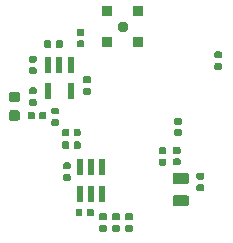
<source format=gbr>
G04 #@! TF.GenerationSoftware,KiCad,Pcbnew,5.99.0-unknown-4135f0c~100~ubuntu18.04.1*
G04 #@! TF.CreationDate,2019-11-01T15:59:21-04:00*
G04 #@! TF.ProjectId,tia,7469612e-6b69-4636-9164-5f7063625858,rev?*
G04 #@! TF.SameCoordinates,Original*
G04 #@! TF.FileFunction,Paste,Top*
G04 #@! TF.FilePolarity,Positive*
%FSLAX46Y46*%
G04 Gerber Fmt 4.6, Leading zero omitted, Abs format (unit mm)*
G04 Created by KiCad (PCBNEW 5.99.0-unknown-4135f0c~100~ubuntu18.04.1) date 2019-11-01 15:59:21*
%MOMM*%
%LPD*%
G04 APERTURE LIST*
%ADD10R,0.940000X0.940000*%
%ADD11C,0.940000*%
%ADD12R,0.558800X1.473200*%
G04 APERTURE END LIST*
G36*
X194528946Y-98881228D02*
G01*
X194576798Y-98913202D01*
X194608772Y-98961054D01*
X194620000Y-99017500D01*
X194620000Y-99312500D01*
X194608772Y-99368946D01*
X194576798Y-99416798D01*
X194528946Y-99448772D01*
X194472500Y-99460000D01*
X194127500Y-99460000D01*
X194071054Y-99448772D01*
X194023202Y-99416798D01*
X193991228Y-99368946D01*
X193980000Y-99312500D01*
X193980000Y-99017500D01*
X193991228Y-98961054D01*
X194023202Y-98913202D01*
X194071054Y-98881228D01*
X194127500Y-98870000D01*
X194472500Y-98870000D01*
X194528946Y-98881228D01*
G37*
G36*
X194528946Y-99851228D02*
G01*
X194576798Y-99883202D01*
X194608772Y-99931054D01*
X194620000Y-99987500D01*
X194620000Y-100282500D01*
X194608772Y-100338946D01*
X194576798Y-100386798D01*
X194528946Y-100418772D01*
X194472500Y-100430000D01*
X194127500Y-100430000D01*
X194071054Y-100418772D01*
X194023202Y-100386798D01*
X193991228Y-100338946D01*
X193980000Y-100282500D01*
X193980000Y-99987500D01*
X193991228Y-99931054D01*
X194023202Y-99883202D01*
X194071054Y-99851228D01*
X194127500Y-99840000D01*
X194472500Y-99840000D01*
X194528946Y-99851228D01*
G37*
G36*
X192628946Y-97181228D02*
G01*
X192676798Y-97213202D01*
X192708772Y-97261054D01*
X192720000Y-97317500D01*
X192720000Y-97612500D01*
X192708772Y-97668946D01*
X192676798Y-97716798D01*
X192628946Y-97748772D01*
X192572500Y-97760000D01*
X192227500Y-97760000D01*
X192171054Y-97748772D01*
X192123202Y-97716798D01*
X192091228Y-97668946D01*
X192080000Y-97612500D01*
X192080000Y-97317500D01*
X192091228Y-97261054D01*
X192123202Y-97213202D01*
X192171054Y-97181228D01*
X192227500Y-97170000D01*
X192572500Y-97170000D01*
X192628946Y-97181228D01*
G37*
G36*
X192628946Y-98151228D02*
G01*
X192676798Y-98183202D01*
X192708772Y-98231054D01*
X192720000Y-98287500D01*
X192720000Y-98582500D01*
X192708772Y-98638946D01*
X192676798Y-98686798D01*
X192628946Y-98718772D01*
X192572500Y-98730000D01*
X192227500Y-98730000D01*
X192171054Y-98718772D01*
X192123202Y-98686798D01*
X192091228Y-98638946D01*
X192080000Y-98582500D01*
X192080000Y-98287500D01*
X192091228Y-98231054D01*
X192123202Y-98183202D01*
X192171054Y-98151228D01*
X192227500Y-98140000D01*
X192572500Y-98140000D01*
X192628946Y-98151228D01*
G37*
G36*
X192628946Y-94481228D02*
G01*
X192676798Y-94513202D01*
X192708772Y-94561054D01*
X192720000Y-94617500D01*
X192720000Y-94912500D01*
X192708772Y-94968946D01*
X192676798Y-95016798D01*
X192628946Y-95048772D01*
X192572500Y-95060000D01*
X192227500Y-95060000D01*
X192171054Y-95048772D01*
X192123202Y-95016798D01*
X192091228Y-94968946D01*
X192080000Y-94912500D01*
X192080000Y-94617500D01*
X192091228Y-94561054D01*
X192123202Y-94513202D01*
X192171054Y-94481228D01*
X192227500Y-94470000D01*
X192572500Y-94470000D01*
X192628946Y-94481228D01*
G37*
G36*
X192628946Y-95451228D02*
G01*
X192676798Y-95483202D01*
X192708772Y-95531054D01*
X192720000Y-95587500D01*
X192720000Y-95882500D01*
X192708772Y-95938946D01*
X192676798Y-95986798D01*
X192628946Y-96018772D01*
X192572500Y-96030000D01*
X192227500Y-96030000D01*
X192171054Y-96018772D01*
X192123202Y-95986798D01*
X192091228Y-95938946D01*
X192080000Y-95882500D01*
X192080000Y-95587500D01*
X192091228Y-95531054D01*
X192123202Y-95483202D01*
X192171054Y-95451228D01*
X192227500Y-95440000D01*
X192572500Y-95440000D01*
X192628946Y-95451228D01*
G37*
G36*
X204818946Y-102221228D02*
G01*
X204866798Y-102253202D01*
X204898772Y-102301054D01*
X204910000Y-102357500D01*
X204910000Y-102652500D01*
X204898772Y-102708946D01*
X204866798Y-102756798D01*
X204818946Y-102788772D01*
X204762500Y-102800000D01*
X204417500Y-102800000D01*
X204361054Y-102788772D01*
X204313202Y-102756798D01*
X204281228Y-102708946D01*
X204270000Y-102652500D01*
X204270000Y-102357500D01*
X204281228Y-102301054D01*
X204313202Y-102253202D01*
X204361054Y-102221228D01*
X204417500Y-102210000D01*
X204762500Y-102210000D01*
X204818946Y-102221228D01*
G37*
G36*
X204818946Y-103191228D02*
G01*
X204866798Y-103223202D01*
X204898772Y-103271054D01*
X204910000Y-103327500D01*
X204910000Y-103622500D01*
X204898772Y-103678946D01*
X204866798Y-103726798D01*
X204818946Y-103758772D01*
X204762500Y-103770000D01*
X204417500Y-103770000D01*
X204361054Y-103758772D01*
X204313202Y-103726798D01*
X204281228Y-103678946D01*
X204270000Y-103622500D01*
X204270000Y-103327500D01*
X204281228Y-103271054D01*
X204313202Y-103223202D01*
X204361054Y-103191228D01*
X204417500Y-103180000D01*
X204762500Y-103180000D01*
X204818946Y-103191228D01*
G37*
G36*
X193438946Y-99241228D02*
G01*
X193486798Y-99273202D01*
X193518772Y-99321054D01*
X193530000Y-99377500D01*
X193530000Y-99722500D01*
X193518772Y-99778946D01*
X193486798Y-99826798D01*
X193438946Y-99858772D01*
X193382500Y-99870000D01*
X193087500Y-99870000D01*
X193031054Y-99858772D01*
X192983202Y-99826798D01*
X192951228Y-99778946D01*
X192940000Y-99722500D01*
X192940000Y-99377500D01*
X192951228Y-99321054D01*
X192983202Y-99273202D01*
X193031054Y-99241228D01*
X193087500Y-99230000D01*
X193382500Y-99230000D01*
X193438946Y-99241228D01*
G37*
G36*
X192468946Y-99241228D02*
G01*
X192516798Y-99273202D01*
X192548772Y-99321054D01*
X192560000Y-99377500D01*
X192560000Y-99722500D01*
X192548772Y-99778946D01*
X192516798Y-99826798D01*
X192468946Y-99858772D01*
X192412500Y-99870000D01*
X192117500Y-99870000D01*
X192061054Y-99858772D01*
X192013202Y-99826798D01*
X191981228Y-99778946D01*
X191970000Y-99722500D01*
X191970000Y-99377500D01*
X191981228Y-99321054D01*
X192013202Y-99273202D01*
X192061054Y-99241228D01*
X192117500Y-99230000D01*
X192412500Y-99230000D01*
X192468946Y-99241228D01*
G37*
G36*
X206808946Y-105361228D02*
G01*
X206856798Y-105393202D01*
X206888772Y-105441054D01*
X206900000Y-105497500D01*
X206900000Y-105792500D01*
X206888772Y-105848946D01*
X206856798Y-105896798D01*
X206808946Y-105928772D01*
X206752500Y-105940000D01*
X206407500Y-105940000D01*
X206351054Y-105928772D01*
X206303202Y-105896798D01*
X206271228Y-105848946D01*
X206260000Y-105792500D01*
X206260000Y-105497500D01*
X206271228Y-105441054D01*
X206303202Y-105393202D01*
X206351054Y-105361228D01*
X206407500Y-105350000D01*
X206752500Y-105350000D01*
X206808946Y-105361228D01*
G37*
G36*
X206808946Y-104391228D02*
G01*
X206856798Y-104423202D01*
X206888772Y-104471054D01*
X206900000Y-104527500D01*
X206900000Y-104822500D01*
X206888772Y-104878946D01*
X206856798Y-104926798D01*
X206808946Y-104958772D01*
X206752500Y-104970000D01*
X206407500Y-104970000D01*
X206351054Y-104958772D01*
X206303202Y-104926798D01*
X206271228Y-104878946D01*
X206260000Y-104822500D01*
X206260000Y-104527500D01*
X206271228Y-104471054D01*
X206303202Y-104423202D01*
X206351054Y-104391228D01*
X206407500Y-104380000D01*
X206752500Y-104380000D01*
X206808946Y-104391228D01*
G37*
G36*
X200778946Y-107831228D02*
G01*
X200826798Y-107863202D01*
X200858772Y-107911054D01*
X200870000Y-107967500D01*
X200870000Y-108262500D01*
X200858772Y-108318946D01*
X200826798Y-108366798D01*
X200778946Y-108398772D01*
X200722500Y-108410000D01*
X200377500Y-108410000D01*
X200321054Y-108398772D01*
X200273202Y-108366798D01*
X200241228Y-108318946D01*
X200230000Y-108262500D01*
X200230000Y-107967500D01*
X200241228Y-107911054D01*
X200273202Y-107863202D01*
X200321054Y-107831228D01*
X200377500Y-107820000D01*
X200722500Y-107820000D01*
X200778946Y-107831228D01*
G37*
G36*
X200778946Y-108801228D02*
G01*
X200826798Y-108833202D01*
X200858772Y-108881054D01*
X200870000Y-108937500D01*
X200870000Y-109232500D01*
X200858772Y-109288946D01*
X200826798Y-109336798D01*
X200778946Y-109368772D01*
X200722500Y-109380000D01*
X200377500Y-109380000D01*
X200321054Y-109368772D01*
X200273202Y-109336798D01*
X200241228Y-109288946D01*
X200230000Y-109232500D01*
X200230000Y-108937500D01*
X200241228Y-108881054D01*
X200273202Y-108833202D01*
X200321054Y-108801228D01*
X200377500Y-108790000D01*
X200722500Y-108790000D01*
X200778946Y-108801228D01*
G37*
G36*
X195383946Y-101741228D02*
G01*
X195431798Y-101773202D01*
X195463772Y-101821054D01*
X195475000Y-101877500D01*
X195475000Y-102222500D01*
X195463772Y-102278946D01*
X195431798Y-102326798D01*
X195383946Y-102358772D01*
X195327500Y-102370000D01*
X195032500Y-102370000D01*
X194976054Y-102358772D01*
X194928202Y-102326798D01*
X194896228Y-102278946D01*
X194885000Y-102222500D01*
X194885000Y-101877500D01*
X194896228Y-101821054D01*
X194928202Y-101773202D01*
X194976054Y-101741228D01*
X195032500Y-101730000D01*
X195327500Y-101730000D01*
X195383946Y-101741228D01*
G37*
G36*
X196353946Y-101741228D02*
G01*
X196401798Y-101773202D01*
X196433772Y-101821054D01*
X196445000Y-101877500D01*
X196445000Y-102222500D01*
X196433772Y-102278946D01*
X196401798Y-102326798D01*
X196353946Y-102358772D01*
X196297500Y-102370000D01*
X196002500Y-102370000D01*
X195946054Y-102358772D01*
X195898202Y-102326798D01*
X195866228Y-102278946D01*
X195855000Y-102222500D01*
X195855000Y-101877500D01*
X195866228Y-101821054D01*
X195898202Y-101773202D01*
X195946054Y-101741228D01*
X196002500Y-101730000D01*
X196297500Y-101730000D01*
X196353946Y-101741228D01*
G37*
G36*
X196678946Y-92231228D02*
G01*
X196726798Y-92263202D01*
X196758772Y-92311054D01*
X196770000Y-92367500D01*
X196770000Y-92662500D01*
X196758772Y-92718946D01*
X196726798Y-92766798D01*
X196678946Y-92798772D01*
X196622500Y-92810000D01*
X196277500Y-92810000D01*
X196221054Y-92798772D01*
X196173202Y-92766798D01*
X196141228Y-92718946D01*
X196130000Y-92662500D01*
X196130000Y-92367500D01*
X196141228Y-92311054D01*
X196173202Y-92263202D01*
X196221054Y-92231228D01*
X196277500Y-92220000D01*
X196622500Y-92220000D01*
X196678946Y-92231228D01*
G37*
G36*
X196678946Y-93201228D02*
G01*
X196726798Y-93233202D01*
X196758772Y-93281054D01*
X196770000Y-93337500D01*
X196770000Y-93632500D01*
X196758772Y-93688946D01*
X196726798Y-93736798D01*
X196678946Y-93768772D01*
X196622500Y-93780000D01*
X196277500Y-93780000D01*
X196221054Y-93768772D01*
X196173202Y-93736798D01*
X196141228Y-93688946D01*
X196130000Y-93632500D01*
X196130000Y-93337500D01*
X196141228Y-93281054D01*
X196173202Y-93233202D01*
X196221054Y-93201228D01*
X196277500Y-93190000D01*
X196622500Y-93190000D01*
X196678946Y-93201228D01*
G37*
D10*
X198680000Y-90720000D03*
X201320000Y-90720000D03*
X201320000Y-93360000D03*
X198680000Y-93360000D03*
D11*
X200000000Y-92040000D03*
G36*
X197228946Y-97201228D02*
G01*
X197276798Y-97233202D01*
X197308772Y-97281054D01*
X197320000Y-97337500D01*
X197320000Y-97632500D01*
X197308772Y-97688946D01*
X197276798Y-97736798D01*
X197228946Y-97768772D01*
X197172500Y-97780000D01*
X196827500Y-97780000D01*
X196771054Y-97768772D01*
X196723202Y-97736798D01*
X196691228Y-97688946D01*
X196680000Y-97632500D01*
X196680000Y-97337500D01*
X196691228Y-97281054D01*
X196723202Y-97233202D01*
X196771054Y-97201228D01*
X196827500Y-97190000D01*
X197172500Y-97190000D01*
X197228946Y-97201228D01*
G37*
G36*
X197228946Y-96231228D02*
G01*
X197276798Y-96263202D01*
X197308772Y-96311054D01*
X197320000Y-96367500D01*
X197320000Y-96662500D01*
X197308772Y-96718946D01*
X197276798Y-96766798D01*
X197228946Y-96798772D01*
X197172500Y-96810000D01*
X196827500Y-96810000D01*
X196771054Y-96798772D01*
X196723202Y-96766798D01*
X196691228Y-96718946D01*
X196680000Y-96662500D01*
X196680000Y-96367500D01*
X196691228Y-96311054D01*
X196723202Y-96263202D01*
X196771054Y-96231228D01*
X196827500Y-96220000D01*
X197172500Y-96220000D01*
X197228946Y-96231228D01*
G37*
G36*
X194838946Y-93191228D02*
G01*
X194886798Y-93223202D01*
X194918772Y-93271054D01*
X194930000Y-93327500D01*
X194930000Y-93672500D01*
X194918772Y-93728946D01*
X194886798Y-93776798D01*
X194838946Y-93808772D01*
X194782500Y-93820000D01*
X194487500Y-93820000D01*
X194431054Y-93808772D01*
X194383202Y-93776798D01*
X194351228Y-93728946D01*
X194340000Y-93672500D01*
X194340000Y-93327500D01*
X194351228Y-93271054D01*
X194383202Y-93223202D01*
X194431054Y-93191228D01*
X194487500Y-93180000D01*
X194782500Y-93180000D01*
X194838946Y-93191228D01*
G37*
G36*
X193868946Y-93191228D02*
G01*
X193916798Y-93223202D01*
X193948772Y-93271054D01*
X193960000Y-93327500D01*
X193960000Y-93672500D01*
X193948772Y-93728946D01*
X193916798Y-93776798D01*
X193868946Y-93808772D01*
X193812500Y-93820000D01*
X193517500Y-93820000D01*
X193461054Y-93808772D01*
X193413202Y-93776798D01*
X193381228Y-93728946D01*
X193370000Y-93672500D01*
X193370000Y-93327500D01*
X193381228Y-93271054D01*
X193413202Y-93223202D01*
X193461054Y-93191228D01*
X193517500Y-93180000D01*
X193812500Y-93180000D01*
X193868946Y-93191228D01*
G37*
G36*
X208328946Y-95101228D02*
G01*
X208376798Y-95133202D01*
X208408772Y-95181054D01*
X208420000Y-95237500D01*
X208420000Y-95532500D01*
X208408772Y-95588946D01*
X208376798Y-95636798D01*
X208328946Y-95668772D01*
X208272500Y-95680000D01*
X207927500Y-95680000D01*
X207871054Y-95668772D01*
X207823202Y-95636798D01*
X207791228Y-95588946D01*
X207780000Y-95532500D01*
X207780000Y-95237500D01*
X207791228Y-95181054D01*
X207823202Y-95133202D01*
X207871054Y-95101228D01*
X207927500Y-95090000D01*
X208272500Y-95090000D01*
X208328946Y-95101228D01*
G37*
G36*
X208328946Y-94131228D02*
G01*
X208376798Y-94163202D01*
X208408772Y-94211054D01*
X208420000Y-94267500D01*
X208420000Y-94562500D01*
X208408772Y-94618946D01*
X208376798Y-94666798D01*
X208328946Y-94698772D01*
X208272500Y-94710000D01*
X207927500Y-94710000D01*
X207871054Y-94698772D01*
X207823202Y-94666798D01*
X207791228Y-94618946D01*
X207780000Y-94562500D01*
X207780000Y-94267500D01*
X207791228Y-94211054D01*
X207823202Y-94163202D01*
X207871054Y-94131228D01*
X207927500Y-94120000D01*
X208272500Y-94120000D01*
X208328946Y-94131228D01*
G37*
G36*
X197488946Y-107441228D02*
G01*
X197536798Y-107473202D01*
X197568772Y-107521054D01*
X197580000Y-107577500D01*
X197580000Y-107922500D01*
X197568772Y-107978946D01*
X197536798Y-108026798D01*
X197488946Y-108058772D01*
X197432500Y-108070000D01*
X197137500Y-108070000D01*
X197081054Y-108058772D01*
X197033202Y-108026798D01*
X197001228Y-107978946D01*
X196990000Y-107922500D01*
X196990000Y-107577500D01*
X197001228Y-107521054D01*
X197033202Y-107473202D01*
X197081054Y-107441228D01*
X197137500Y-107430000D01*
X197432500Y-107430000D01*
X197488946Y-107441228D01*
G37*
G36*
X196518946Y-107441228D02*
G01*
X196566798Y-107473202D01*
X196598772Y-107521054D01*
X196610000Y-107577500D01*
X196610000Y-107922500D01*
X196598772Y-107978946D01*
X196566798Y-108026798D01*
X196518946Y-108058772D01*
X196462500Y-108070000D01*
X196167500Y-108070000D01*
X196111054Y-108058772D01*
X196063202Y-108026798D01*
X196031228Y-107978946D01*
X196020000Y-107922500D01*
X196020000Y-107577500D01*
X196031228Y-107521054D01*
X196063202Y-107473202D01*
X196111054Y-107441228D01*
X196167500Y-107430000D01*
X196462500Y-107430000D01*
X196518946Y-107441228D01*
G37*
G36*
X199678946Y-107831228D02*
G01*
X199726798Y-107863202D01*
X199758772Y-107911054D01*
X199770000Y-107967500D01*
X199770000Y-108262500D01*
X199758772Y-108318946D01*
X199726798Y-108366798D01*
X199678946Y-108398772D01*
X199622500Y-108410000D01*
X199277500Y-108410000D01*
X199221054Y-108398772D01*
X199173202Y-108366798D01*
X199141228Y-108318946D01*
X199130000Y-108262500D01*
X199130000Y-107967500D01*
X199141228Y-107911054D01*
X199173202Y-107863202D01*
X199221054Y-107831228D01*
X199277500Y-107820000D01*
X199622500Y-107820000D01*
X199678946Y-107831228D01*
G37*
G36*
X199678946Y-108801228D02*
G01*
X199726798Y-108833202D01*
X199758772Y-108881054D01*
X199770000Y-108937500D01*
X199770000Y-109232500D01*
X199758772Y-109288946D01*
X199726798Y-109336798D01*
X199678946Y-109368772D01*
X199622500Y-109380000D01*
X199277500Y-109380000D01*
X199221054Y-109368772D01*
X199173202Y-109336798D01*
X199141228Y-109288946D01*
X199130000Y-109232500D01*
X199130000Y-108937500D01*
X199141228Y-108881054D01*
X199173202Y-108833202D01*
X199221054Y-108801228D01*
X199277500Y-108790000D01*
X199622500Y-108790000D01*
X199678946Y-108801228D01*
G37*
G36*
X198578946Y-107831228D02*
G01*
X198626798Y-107863202D01*
X198658772Y-107911054D01*
X198670000Y-107967500D01*
X198670000Y-108262500D01*
X198658772Y-108318946D01*
X198626798Y-108366798D01*
X198578946Y-108398772D01*
X198522500Y-108410000D01*
X198177500Y-108410000D01*
X198121054Y-108398772D01*
X198073202Y-108366798D01*
X198041228Y-108318946D01*
X198030000Y-108262500D01*
X198030000Y-107967500D01*
X198041228Y-107911054D01*
X198073202Y-107863202D01*
X198121054Y-107831228D01*
X198177500Y-107820000D01*
X198522500Y-107820000D01*
X198578946Y-107831228D01*
G37*
G36*
X198578946Y-108801228D02*
G01*
X198626798Y-108833202D01*
X198658772Y-108881054D01*
X198670000Y-108937500D01*
X198670000Y-109232500D01*
X198658772Y-109288946D01*
X198626798Y-109336798D01*
X198578946Y-109368772D01*
X198522500Y-109380000D01*
X198177500Y-109380000D01*
X198121054Y-109368772D01*
X198073202Y-109336798D01*
X198041228Y-109288946D01*
X198030000Y-109232500D01*
X198030000Y-108937500D01*
X198041228Y-108881054D01*
X198073202Y-108833202D01*
X198121054Y-108801228D01*
X198177500Y-108790000D01*
X198522500Y-108790000D01*
X198578946Y-108801228D01*
G37*
G36*
X204928946Y-99731228D02*
G01*
X204976798Y-99763202D01*
X205008772Y-99811054D01*
X205020000Y-99867500D01*
X205020000Y-100162500D01*
X205008772Y-100218946D01*
X204976798Y-100266798D01*
X204928946Y-100298772D01*
X204872500Y-100310000D01*
X204527500Y-100310000D01*
X204471054Y-100298772D01*
X204423202Y-100266798D01*
X204391228Y-100218946D01*
X204380000Y-100162500D01*
X204380000Y-99867500D01*
X204391228Y-99811054D01*
X204423202Y-99763202D01*
X204471054Y-99731228D01*
X204527500Y-99720000D01*
X204872500Y-99720000D01*
X204928946Y-99731228D01*
G37*
G36*
X204928946Y-100701228D02*
G01*
X204976798Y-100733202D01*
X205008772Y-100781054D01*
X205020000Y-100837500D01*
X205020000Y-101132500D01*
X205008772Y-101188946D01*
X204976798Y-101236798D01*
X204928946Y-101268772D01*
X204872500Y-101280000D01*
X204527500Y-101280000D01*
X204471054Y-101268772D01*
X204423202Y-101236798D01*
X204391228Y-101188946D01*
X204380000Y-101132500D01*
X204380000Y-100837500D01*
X204391228Y-100781054D01*
X204423202Y-100733202D01*
X204471054Y-100701228D01*
X204527500Y-100690000D01*
X204872500Y-100690000D01*
X204928946Y-100701228D01*
G37*
G36*
X195513946Y-104501228D02*
G01*
X195561798Y-104533202D01*
X195593772Y-104581054D01*
X195605000Y-104637500D01*
X195605000Y-104932500D01*
X195593772Y-104988946D01*
X195561798Y-105036798D01*
X195513946Y-105068772D01*
X195457500Y-105080000D01*
X195112500Y-105080000D01*
X195056054Y-105068772D01*
X195008202Y-105036798D01*
X194976228Y-104988946D01*
X194965000Y-104932500D01*
X194965000Y-104637500D01*
X194976228Y-104581054D01*
X195008202Y-104533202D01*
X195056054Y-104501228D01*
X195112500Y-104490000D01*
X195457500Y-104490000D01*
X195513946Y-104501228D01*
G37*
G36*
X195513946Y-103531228D02*
G01*
X195561798Y-103563202D01*
X195593772Y-103611054D01*
X195605000Y-103667500D01*
X195605000Y-103962500D01*
X195593772Y-104018946D01*
X195561798Y-104066798D01*
X195513946Y-104098772D01*
X195457500Y-104110000D01*
X195112500Y-104110000D01*
X195056054Y-104098772D01*
X195008202Y-104066798D01*
X194976228Y-104018946D01*
X194965000Y-103962500D01*
X194965000Y-103667500D01*
X194976228Y-103611054D01*
X195008202Y-103563202D01*
X195056054Y-103531228D01*
X195112500Y-103520000D01*
X195457500Y-103520000D01*
X195513946Y-103531228D01*
G37*
G36*
X196353946Y-100691228D02*
G01*
X196401798Y-100723202D01*
X196433772Y-100771054D01*
X196445000Y-100827500D01*
X196445000Y-101172500D01*
X196433772Y-101228946D01*
X196401798Y-101276798D01*
X196353946Y-101308772D01*
X196297500Y-101320000D01*
X196002500Y-101320000D01*
X195946054Y-101308772D01*
X195898202Y-101276798D01*
X195866228Y-101228946D01*
X195855000Y-101172500D01*
X195855000Y-100827500D01*
X195866228Y-100771054D01*
X195898202Y-100723202D01*
X195946054Y-100691228D01*
X196002500Y-100680000D01*
X196297500Y-100680000D01*
X196353946Y-100691228D01*
G37*
G36*
X195383946Y-100691228D02*
G01*
X195431798Y-100723202D01*
X195463772Y-100771054D01*
X195475000Y-100827500D01*
X195475000Y-101172500D01*
X195463772Y-101228946D01*
X195431798Y-101276798D01*
X195383946Y-101308772D01*
X195327500Y-101320000D01*
X195032500Y-101320000D01*
X194976054Y-101308772D01*
X194928202Y-101276798D01*
X194896228Y-101228946D01*
X194885000Y-101172500D01*
X194885000Y-100827500D01*
X194896228Y-100771054D01*
X194928202Y-100723202D01*
X194976054Y-100691228D01*
X195032500Y-100680000D01*
X195327500Y-100680000D01*
X195383946Y-100691228D01*
G37*
G36*
X203618946Y-102231228D02*
G01*
X203666798Y-102263202D01*
X203698772Y-102311054D01*
X203710000Y-102367500D01*
X203710000Y-102662500D01*
X203698772Y-102718946D01*
X203666798Y-102766798D01*
X203618946Y-102798772D01*
X203562500Y-102810000D01*
X203217500Y-102810000D01*
X203161054Y-102798772D01*
X203113202Y-102766798D01*
X203081228Y-102718946D01*
X203070000Y-102662500D01*
X203070000Y-102367500D01*
X203081228Y-102311054D01*
X203113202Y-102263202D01*
X203161054Y-102231228D01*
X203217500Y-102220000D01*
X203562500Y-102220000D01*
X203618946Y-102231228D01*
G37*
G36*
X203618946Y-103201228D02*
G01*
X203666798Y-103233202D01*
X203698772Y-103281054D01*
X203710000Y-103337500D01*
X203710000Y-103632500D01*
X203698772Y-103688946D01*
X203666798Y-103736798D01*
X203618946Y-103768772D01*
X203562500Y-103780000D01*
X203217500Y-103780000D01*
X203161054Y-103768772D01*
X203113202Y-103736798D01*
X203081228Y-103688946D01*
X203070000Y-103632500D01*
X203070000Y-103337500D01*
X203081228Y-103281054D01*
X203113202Y-103233202D01*
X203161054Y-103201228D01*
X203217500Y-103190000D01*
X203562500Y-103190000D01*
X203618946Y-103201228D01*
G37*
D12*
X195600001Y-95242400D03*
X194650000Y-95242400D03*
X193699999Y-95242400D03*
X193699999Y-97477600D03*
X195600001Y-97477600D03*
X196399999Y-106167600D03*
X197350000Y-106167600D03*
X198300001Y-106167600D03*
X198300001Y-103932400D03*
X197350000Y-103932400D03*
X196399999Y-103932400D03*
G36*
X191189962Y-97541651D02*
G01*
X191260930Y-97589070D01*
X191308349Y-97660038D01*
X191325000Y-97743750D01*
X191325000Y-98181250D01*
X191308349Y-98264962D01*
X191260930Y-98335930D01*
X191189962Y-98383349D01*
X191106250Y-98400000D01*
X190593750Y-98400000D01*
X190510038Y-98383349D01*
X190439070Y-98335930D01*
X190391651Y-98264962D01*
X190375000Y-98181250D01*
X190375000Y-97743750D01*
X190391651Y-97660038D01*
X190439070Y-97589070D01*
X190510038Y-97541651D01*
X190593750Y-97525000D01*
X191106250Y-97525000D01*
X191189962Y-97541651D01*
G37*
G36*
X191189962Y-99116651D02*
G01*
X191260930Y-99164070D01*
X191308349Y-99235038D01*
X191325000Y-99318750D01*
X191325000Y-99756250D01*
X191308349Y-99839962D01*
X191260930Y-99910930D01*
X191189962Y-99958349D01*
X191106250Y-99975000D01*
X190593750Y-99975000D01*
X190510038Y-99958349D01*
X190439070Y-99910930D01*
X190391651Y-99839962D01*
X190375000Y-99756250D01*
X190375000Y-99318750D01*
X190391651Y-99235038D01*
X190439070Y-99164070D01*
X190510038Y-99116651D01*
X190593750Y-99100000D01*
X191106250Y-99100000D01*
X191189962Y-99116651D01*
G37*
G36*
X205489529Y-106268554D02*
G01*
X205568607Y-106321393D01*
X205621446Y-106400471D01*
X205640000Y-106493750D01*
X205640000Y-106981250D01*
X205621446Y-107074529D01*
X205568607Y-107153607D01*
X205489529Y-107206446D01*
X205396250Y-107225000D01*
X204483750Y-107225000D01*
X204390471Y-107206446D01*
X204311393Y-107153607D01*
X204258554Y-107074529D01*
X204240000Y-106981250D01*
X204240000Y-106493750D01*
X204258554Y-106400471D01*
X204311393Y-106321393D01*
X204390471Y-106268554D01*
X204483750Y-106250000D01*
X205396250Y-106250000D01*
X205489529Y-106268554D01*
G37*
G36*
X205489529Y-104393554D02*
G01*
X205568607Y-104446393D01*
X205621446Y-104525471D01*
X205640000Y-104618750D01*
X205640000Y-105106250D01*
X205621446Y-105199529D01*
X205568607Y-105278607D01*
X205489529Y-105331446D01*
X205396250Y-105350000D01*
X204483750Y-105350000D01*
X204390471Y-105331446D01*
X204311393Y-105278607D01*
X204258554Y-105199529D01*
X204240000Y-105106250D01*
X204240000Y-104618750D01*
X204258554Y-104525471D01*
X204311393Y-104446393D01*
X204390471Y-104393554D01*
X204483750Y-104375000D01*
X205396250Y-104375000D01*
X205489529Y-104393554D01*
G37*
M02*

</source>
